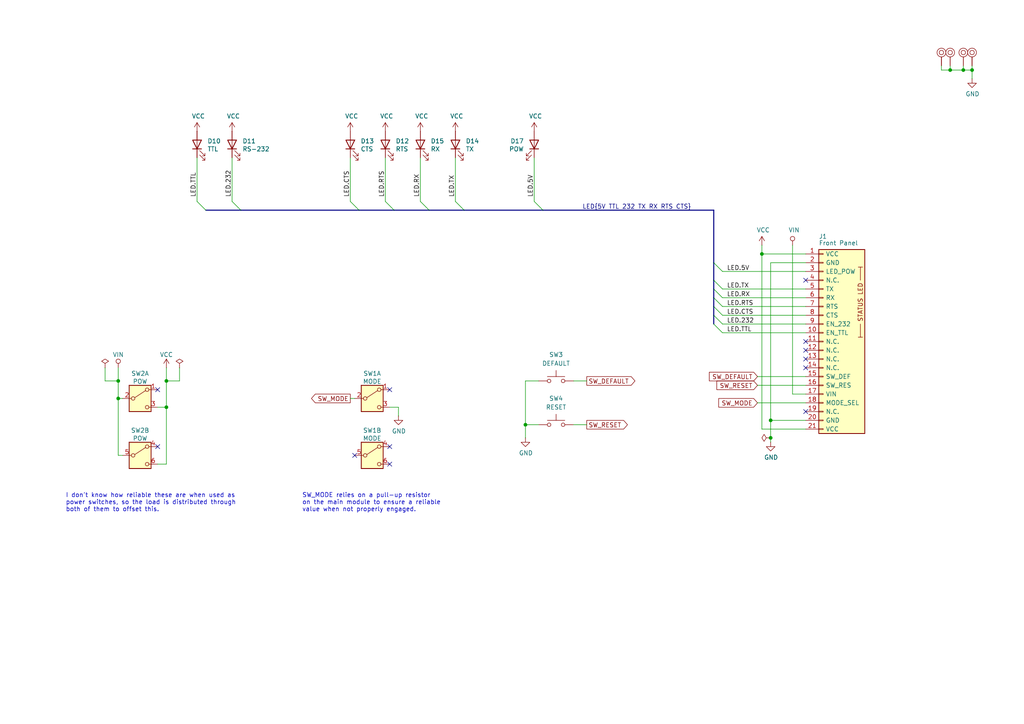
<source format=kicad_sch>
(kicad_sch (version 20231120) (generator "eeschema") (generator_version "8.0")
  (paper "A4")
  (title_block (title "BulkyModem Terminal (Panel)") (rev "A") (comment 4 "Front panel for mounting LEDs horizontally, designed for slotting into the main module."))
  (lib_symbols
    (symbol "BulkyModem:Terminal_Panel" (pin_names (offset 2.0066))
      (property "Reference" "J" (at 0 27.94 0))
      (property "Value" "Terminal_Panel" (at 0 -27.94 0))
      (symbol "Terminal_Panel_0_0"
        (polyline (pts (xy 10.795 1.27) (xy 10.795 5.08)))
        (polyline (pts (xy 10.795 21.59) (xy 10.795 17.78)))
        (text "STATUS LED" (at 10.795 11.43 900) (effects (font (size 1.27 1.27))))
      )
      (symbol "Terminal_Panel_0_1"
        (rectangle (start -1.27 26.67) (end 12.065 -26.67) (stroke (width 0.254)) (fill (type background)))
        (polyline (pts (xy 10.16 21.59) (xy 11.43 21.59)))
        (polyline (pts (xy 11.43 1.27) (xy 10.16 1.27)))
      )
      (symbol "Terminal_Panel_1_1"
        (rectangle (start -1.27 -25.273) (end 0 -25.527) (stroke (width 0.1524)))
        (rectangle (start -1.27 -22.733) (end 0 -22.987) (stroke (width 0.1524)))
        (rectangle (start -1.27 -20.193) (end 0 -20.447) (stroke (width 0.1524)))
        (rectangle (start -1.27 -17.653) (end 0 -17.907) (stroke (width 0.1524)))
        (rectangle (start -1.27 -15.113) (end 0 -15.367) (stroke (width 0.1524)))
        (rectangle (start -1.27 -12.573) (end 0 -12.827) (stroke (width 0.1524)))
        (rectangle (start -1.27 -10.033) (end 0 -10.287) (stroke (width 0.1524)))
        (rectangle (start -1.27 -7.493) (end 0 -7.747) (stroke (width 0.1524)))
        (rectangle (start -1.27 -4.953) (end 0 -5.207) (stroke (width 0.1524)))
        (rectangle (start -1.27 -2.413) (end 0 -2.667) (stroke (width 0.1524)))
        (rectangle (start -1.27 0.127) (end 0 -0.127) (stroke (width 0.1524)))
        (rectangle (start -1.27 2.667) (end 0 2.413) (stroke (width 0.1524)))
        (rectangle (start -1.27 5.207) (end 0 4.953) (stroke (width 0.1524)))
        (rectangle (start -1.27 7.747) (end 0 7.493) (stroke (width 0.1524)))
        (rectangle (start -1.27 10.287) (end 0 10.033) (stroke (width 0.1524)))
        (rectangle (start -1.27 12.827) (end 0 12.573) (stroke (width 0.1524)))
        (rectangle (start -1.27 15.367) (end 0 15.113) (stroke (width 0.1524)))
        (rectangle (start -1.27 17.907) (end 0 17.653) (stroke (width 0.1524)))
        (rectangle (start -1.27 20.447) (end 0 20.193) (stroke (width 0.1524)))
        (rectangle (start -1.27 22.987) (end 0 22.733) (stroke (width 0.1524)))
        (rectangle (start -1.27 25.527) (end 0 25.273) (stroke (width 0.1524)))
        (pin power_in line (at -5.08 25.4 0) (length 3.81) (name "VCC") (number "1"))
        (pin passive line (at -5.08 2.54 0) (length 3.81) (name "EN_TTL") (number "10"))
        (pin passive line (at -5.08 0 0) (length 3.81) (name "N.C.") (number "11"))
        (pin passive line (at -5.08 -2.54 0) (length 3.81) (name "N.C.") (number "12"))
        (pin passive line (at -5.08 -5.08 0) (length 3.81) (name "N.C.") (number "13"))
        (pin passive line (at -5.08 -7.62 0) (length 3.81) (name "N.C.") (number "14"))
        (pin passive line (at -5.08 -10.16 0) (length 3.81) (name "SW_DEF") (number "15"))
        (pin passive line (at -5.08 -12.7 0) (length 3.81) (name "SW_RES") (number "16"))
        (pin passive line (at -5.08 -15.24 0) (length 3.81) (name "VIN") (number "17"))
        (pin passive line (at -5.08 -17.78 0) (length 3.81) (name "MODE_SEL") (number "18"))
        (pin passive line (at -5.08 -20.32 0) (length 3.81) (name "N.C.") (number "19"))
        (pin power_in line (at -5.08 22.86 0) (length 3.81) (name "GND") (number "2"))
        (pin passive line (at -5.08 -22.86 0) (length 3.81) (name "GND") (number "20"))
        (pin passive line (at -5.08 -25.4 0) (length 3.81) (name "VCC") (number "21"))
        (pin passive line (at -5.08 20.32 0) (length 3.81) (name "LED_POW") (number "3"))
        (pin passive line (at -5.08 17.78 0) (length 3.81) (name "N.C.") (number "4"))
        (pin passive line (at -5.08 15.24 0) (length 3.81) (name "TX") (number "5"))
        (pin passive line (at -5.08 12.7 0) (length 3.81) (name "RX") (number "6"))
        (pin passive line (at -5.08 10.16 0) (length 3.81) (name "RTS") (number "7"))
        (pin passive line (at -5.08 7.62 0) (length 3.81) (name "CTS") (number "8"))
        (pin passive line (at -5.08 5.08 0) (length 3.81) (name "EN_232") (number "9"))
      )
    )
    (symbol "Device:LED" (pin_numbers hide) (pin_names (offset 1.016) hide)
      (property "Reference" "D" (at 0 2.54 0))
      (property "Value" "LED" (at 0 -2.54 0))
      (symbol "LED_0_1"
        (polyline (pts (xy -1.27 -1.27) (xy -1.27 1.27)) (stroke (width 0.254)))
        (polyline (pts (xy -1.27 0) (xy 1.27 0)))
        (polyline (pts (xy 1.27 -1.27) (xy 1.27 1.27) (xy -1.27 0) (xy 1.27 -1.27)) (stroke (width 0.254)))
        (polyline (pts (xy -3.048 -0.762) (xy -4.572 -2.286) (xy -3.81 -2.286) (xy -4.572 -2.286) (xy -4.572 -1.524)))
        (polyline (pts (xy -1.778 -0.762) (xy -3.302 -2.286) (xy -2.54 -2.286) (xy -3.302 -2.286) (xy -3.302 -1.524)))
      )
      (symbol "LED_1_1"
        (pin passive line (at -3.81 0 0) (length 2.54) (name "K") (number "1"))
        (pin passive line (at 3.81 0 180) (length 2.54) (name "A") (number "2"))
      )
    )
    (symbol "Switch:SW_DPDT_x2" (pin_names (offset 0) hide)
      (property "Reference" "SW" (at 0 5.08 0))
      (property "Value" "SW_DPDT_x2" (at 0 -5.08 0))
      (symbol "SW_DPDT_x2_0_0"
        (circle (center -2.032 0) (radius 0.508))
        (circle (center 2.032 -2.54) (radius 0.508))
      )
      (symbol "SW_DPDT_x2_0_1"
        (rectangle (start -3.175 3.81) (end 3.175 -3.81) (stroke (width 0.254)) (fill (type background)))
        (polyline (pts (xy -1.524 0.254) (xy 1.5748 2.286)))
        (circle (center 2.032 2.54) (radius 0.508))
      )
      (symbol "SW_DPDT_x2_1_1"
        (pin passive line (at 5.08 2.54 180) (length 2.54) (name "A") (number "1"))
        (pin passive line (at -5.08 0 0) (length 2.54) (name "B") (number "2"))
        (pin passive line (at 5.08 -2.54 180) (length 2.54) (name "C") (number "3"))
      )
      (symbol "SW_DPDT_x2_2_1"
        (pin passive line (at 5.08 2.54 180) (length 2.54) (name "A") (number "4"))
        (pin passive line (at -5.08 0 0) (length 2.54) (name "B") (number "5"))
        (pin passive line (at 5.08 -2.54 180) (length 2.54) (name "C") (number "6"))
      )
    )
    (symbol "Switch:SW_Push" (pin_numbers hide) (pin_names (offset 1.016) hide)
      (property "Reference" "SW" (at 1.27 2.54 0))
      (property "Value" "SW_Push" (at 0 -1.524 0))
      (symbol "SW_Push_0_1"
        (circle (center -2.032 0) (radius 0.508))
        (polyline (pts (xy 0 1.27) (xy 0 3.048)))
        (polyline (pts (xy 2.54 1.27) (xy -2.54 1.27)))
        (circle (center 2.032 0) (radius 0.508))
        (pin passive line (at -5.08 0 0) (length 2.54) (name "1") (number "1"))
        (pin passive line (at 5.08 0 180) (length 2.54) (name "2") (number "2"))
      )
    )
    (symbol "barrel_jack:VIN" (power) (pin_names (offset 0))
      (property "Value" "VIN" (at 0 3.81 0))
      (symbol "VIN_0_1"
        (polyline (pts (xy 0 0) (xy 0 1.27)))
        (circle (center 0 1.905) (radius 0.635))
      )
      (symbol "VIN_1_1"
        (pin power_in line (at 0 0 90) (length 0) hide (name "VIN") (number "1"))
      )
    )
    (symbol "mounting:Mounting_Pin" (pin_numbers hide) (pin_names (offset 0) hide)
      (symbol "Mounting_Pin_0_1"
        (circle (center 0 0) (radius 0.635))
        (circle (center 0 0) (radius 1.27))
      )
      (symbol "Mounting_Pin_1_1"
        (pin passive line (at 0 -3.81 90) (length 2.54) (name "~") (number "1"))
      )
    )
    (symbol "power:GND" (power) (pin_numbers hide) (pin_names (offset 0) hide)
      (property "Value" "GND" (at 0 -3.81 0))
      (symbol "GND_0_1"
        (polyline (pts (xy 0 0) (xy 0 -1.27) (xy 1.27 -1.27) (xy 0 -2.54) (xy -1.27 -1.27) (xy 0 -1.27)))
      )
      (symbol "GND_1_1"
        (pin power_in line (at 0 0 270) (length 0) (name "~") (number "1"))
      )
    )
    (symbol "power:PWR_FLAG" (power) (pin_numbers hide) (pin_names (offset 0) hide)
      (property "Value" "PWR_FLAG" (at 0 3.81 0))
      (symbol "PWR_FLAG_0_0"
        (pin power_out line (at 0 0 90) (length 0) (name "~") (number "1"))
      )
      (symbol "PWR_FLAG_0_1"
        (polyline (pts (xy 0 0) (xy 0 1.27) (xy -1.016 1.905) (xy 0 2.54) (xy 1.016 1.905) (xy 0 1.27)))
      )
    )
    (symbol "power:VCC" (power) (pin_numbers hide) (pin_names (offset 0) hide)
      (property "Value" "VCC" (at 0 3.556 0))
      (symbol "VCC_0_1"
        (polyline (pts (xy -0.762 1.27) (xy 0 2.54)))
        (polyline (pts (xy 0 0) (xy 0 2.54)))
        (polyline (pts (xy 0 2.54) (xy 0.762 1.27)))
      )
      (symbol "VCC_1_1"
        (pin power_in line (at 0 0 90) (length 0) (name "~") (number "1"))
      )
    )
  )
  (junction (at 223.52 121.92))
  (junction (at 220.98 73.66))
  (junction (at 48.26 118.11))
  (junction (at 281.94 20.32))
  (junction (at 152.4 123.19))
  (junction (at 223.52 127))
  (junction (at 34.29 110.49))
  (junction (at 48.26 110.49))
  (junction (at 279.4 20.32))
  (junction (at 34.29 115.57))
  (junction (at 275.59 20.32))
  (no_connect (at 233.68 104.14))
  (no_connect (at 233.68 101.6))
  (no_connect (at 233.68 99.06))
  (no_connect (at 233.68 81.28))
  (no_connect (at 233.68 106.68))
  (no_connect (at 233.68 119.38))
  (no_connect (at 113.03 129.54))
  (no_connect (at 113.03 113.03))
  (no_connect (at 45.72 113.03))
  (no_connect (at 45.72 129.54))
  (no_connect (at 102.87 132.08))
  (no_connect (at 113.03 134.62))
  (bus_entry (at 104.14 60.96) (size -2.54 -2.54))
  (bus_entry (at 209.55 93.98) (size -2.54 -2.54))
  (bus_entry (at 157.48 60.96) (size -2.54 -2.54))
  (bus_entry (at 59.69 60.96) (size -2.54 -2.54))
  (bus_entry (at 114.3 60.96) (size -2.54 -2.54))
  (bus_entry (at 209.55 96.52) (size -2.54 -2.54))
  (bus_entry (at 209.55 78.74) (size -2.54 -2.54))
  (bus_entry (at 209.55 88.9) (size -2.54 -2.54))
  (bus_entry (at 209.55 83.82) (size -2.54 -2.54))
  (bus_entry (at 69.85 60.96) (size -2.54 -2.54))
  (bus_entry (at 209.55 91.44) (size -2.54 -2.54))
  (bus_entry (at 209.55 86.36) (size -2.54 -2.54))
  (bus_entry (at 124.46 60.96) (size -2.54 -2.54))
  (bus_entry (at 134.62 60.96) (size -2.54 -2.54))
  (wire (pts (xy 115.57 118.11) (xy 115.57 120.65)))
  (bus (pts (xy 69.85 60.96) (xy 104.14 60.96)))
  (wire (pts (xy 52.07 106.68) (xy 52.07 110.49)))
  (wire (pts (xy 67.31 45.72) (xy 67.31 58.42)))
  (wire (pts (xy 281.94 20.32) (xy 281.94 19.05)))
  (wire (pts (xy 132.08 45.72) (xy 132.08 58.42)))
  (wire (pts (xy 101.6 58.42) (xy 101.6 45.72)))
  (wire (pts (xy 209.55 78.74) (xy 233.68 78.74)))
  (wire (pts (xy 219.71 111.76) (xy 233.68 111.76)))
  (wire (pts (xy 152.4 123.19) (xy 152.4 127)))
  (wire (pts (xy 121.92 58.42) (xy 121.92 45.72)))
  (bus (pts (xy 207.01 83.82) (xy 207.01 81.28)))
  (wire (pts (xy 156.21 110.49) (xy 152.4 110.49)))
  (bus (pts (xy 207.01 76.2) (xy 207.01 81.28)))
  (wire (pts (xy 209.55 93.98) (xy 233.68 93.98)))
  (bus (pts (xy 114.3 60.96) (xy 124.46 60.96)))
  (wire (pts (xy 57.15 45.72) (xy 57.15 58.42)))
  (wire (pts (xy 223.52 127) (xy 223.52 128.27)))
  (bus (pts (xy 207.01 86.36) (xy 207.01 83.82)))
  (wire (pts (xy 220.98 73.66) (xy 233.68 73.66)))
  (wire (pts (xy 152.4 123.19) (xy 156.21 123.19)))
  (wire (pts (xy 275.59 20.32) (xy 279.4 20.32)))
  (bus (pts (xy 59.69 60.96) (xy 69.85 60.96)))
  (wire (pts (xy 279.4 20.32) (xy 281.94 20.32)))
  (bus (pts (xy 207.01 91.44) (xy 207.01 88.9)))
  (bus (pts (xy 124.46 60.96) (xy 134.62 60.96)))
  (bus (pts (xy 207.01 93.98) (xy 207.01 91.44)))
  (wire (pts (xy 48.26 106.68) (xy 48.26 110.49)))
  (wire (pts (xy 152.4 110.49) (xy 152.4 123.19)))
  (wire (pts (xy 34.29 115.57) (xy 34.29 132.08)))
  (wire (pts (xy 166.37 110.49) (xy 170.18 110.49)))
  (wire (pts (xy 223.52 121.92) (xy 223.52 127)))
  (wire (pts (xy 229.87 114.3) (xy 233.68 114.3)))
  (wire (pts (xy 30.48 106.68) (xy 30.48 110.49)))
  (wire (pts (xy 220.98 124.46) (xy 233.68 124.46)))
  (wire (pts (xy 273.05 19.05) (xy 273.05 20.32)))
  (wire (pts (xy 34.29 132.08) (xy 35.56 132.08)))
  (wire (pts (xy 48.26 118.11) (xy 45.72 118.11)))
  (wire (pts (xy 279.4 19.05) (xy 279.4 20.32)))
  (wire (pts (xy 209.55 91.44) (xy 233.68 91.44)))
  (wire (pts (xy 48.26 110.49) (xy 48.26 118.11)))
  (wire (pts (xy 166.37 123.19) (xy 170.18 123.19)))
  (wire (pts (xy 275.59 19.05) (xy 275.59 20.32)))
  (wire (pts (xy 113.03 118.11) (xy 115.57 118.11)))
  (wire (pts (xy 48.26 110.49) (xy 52.07 110.49)))
  (wire (pts (xy 209.55 86.36) (xy 233.68 86.36)))
  (wire (pts (xy 34.29 115.57) (xy 35.56 115.57)))
  (wire (pts (xy 223.52 121.92) (xy 233.68 121.92)))
  (wire (pts (xy 111.76 45.72) (xy 111.76 58.42)))
  (wire (pts (xy 220.98 124.46) (xy 220.98 73.66)))
  (wire (pts (xy 34.29 110.49) (xy 34.29 115.57)))
  (wire (pts (xy 223.52 76.2) (xy 223.52 121.92)))
  (bus (pts (xy 207.01 88.9) (xy 207.01 86.36)))
  (wire (pts (xy 48.26 134.62) (xy 48.26 118.11)))
  (wire (pts (xy 30.48 110.49) (xy 34.29 110.49)))
  (bus (pts (xy 134.62 60.96) (xy 157.48 60.96)))
  (bus (pts (xy 157.48 60.96) (xy 207.01 60.96)))
  (wire (pts (xy 223.52 76.2) (xy 233.68 76.2)))
  (wire (pts (xy 229.87 71.12) (xy 229.87 114.3)))
  (wire (pts (xy 220.98 73.66) (xy 220.98 71.12)))
  (wire (pts (xy 34.29 106.68) (xy 34.29 110.49)))
  (bus (pts (xy 104.14 60.96) (xy 114.3 60.96)))
  (wire (pts (xy 45.72 134.62) (xy 48.26 134.62)))
  (wire (pts (xy 154.94 58.42) (xy 154.94 45.72)))
  (wire (pts (xy 101.6 115.57) (xy 102.87 115.57)))
  (bus (pts (xy 207.01 60.96) (xy 207.01 76.2)))
  (wire (pts (xy 281.94 20.32) (xy 281.94 22.86)))
  (wire (pts (xy 209.55 96.52) (xy 233.68 96.52)))
  (wire (pts (xy 209.55 83.82) (xy 233.68 83.82)))
  (wire (pts (xy 273.05 20.32) (xy 275.59 20.32)))
  (wire (pts (xy 219.71 116.84) (xy 233.68 116.84)))
  (wire (pts (xy 209.55 88.9) (xy 233.68 88.9)))
  (wire (pts (xy 219.71 109.22) (xy 233.68 109.22)))
  (text "SW_MODE relies on a pull-up resistor\non the main module to ensure a reliable\nvalue when not properly engaged." (at 87.63 148.59 0) (effects (font (size 1.27 1.27)) (justify left bottom)))
  (text "I don't know how reliable these are when used as\npower switches, so the load is distributed through\nboth of them to offset this." (at 19.05 148.59 0) (effects (font (size 1.27 1.27)) (justify left bottom)))
  (label "LED.RX" (at 121.92 57.15 90))
  (label "LED.5V" (at 154.94 57.15 90))
  (label "LED.TX" (at 210.82 83.82 0))
  (label "LED.RTS" (at 111.76 57.15 90))
  (label "LED.232" (at 67.31 57.15 90))
  (label "LED.RX" (at 210.82 86.36 0))
  (label "LED.5V" (at 210.82 78.74 0))
  (label "LED.TX" (at 132.08 57.15 90))
  (label "LED.TTL" (at 57.15 57.15 90))
  (label "LED.RTS" (at 210.82 88.9 0))
  (label "LED.TTL" (at 210.82 96.52 0))
  (label "LED{5V TTL 232 TX RX RTS CTS}" (at 168.91 60.96 0))
  (label "LED.CTS" (at 210.82 91.44 0))
  (label "LED.232" (at 210.82 93.98 0))
  (label "LED.CTS" (at 101.6 57.15 90))
  (global_label "SW_RESET" (shape output) (at 170.18 123.19 0) (property "Intersheetrefs" "${INTERSHEET_REFS}" (effects (hide yes))))
  (global_label "SW_MODE" (shape output) (at 101.6 115.57 180) (property "Intersheetrefs" "${INTERSHEET_REFS}" (effects (hide yes))))
  (global_label "SW_DEFAULT" (shape output) (at 170.18 110.49 0) (property "Intersheetrefs" "${INTERSHEET_REFS}" (effects (hide yes))))
  (global_label "SW_RESET" (shape input) (at 219.71 111.76 180) (property "Intersheetrefs" "${INTERSHEET_REFS}" (effects (hide yes))))
  (global_label "SW_DEFAULT" (shape input) (at 219.71 109.22 180) (property "Intersheetrefs" "${INTERSHEET_REFS}" (effects (hide yes))))
  (global_label "SW_MODE" (shape input) (at 219.71 116.84 180) (property "Intersheetrefs" "${INTERSHEET_REFS}" (effects (hide yes))))
  (symbol (lib_id "BulkyModem:Terminal_Panel") (at 238.76 99.06 0) (unit 1)
    (property "Reference" "J1" (at 237.49 68.58 0) (effects (justify left)))
    (property "Value" "Front Panel" (at 237.49 70.485 0) (effects (justify left)))
    (property "Footprint" "Connector_PinHeader_2.54mm:PinHeader_1x21_P2.54mm_Horizontal" (effects (hide yes)))
    (property "Description" "Generic connector, single row, 01x21, script generated (kicad-library-utils/schlib/autogen/connector/)" (effects (hide yes)))
  )
  (symbol (lib_id "mounting:Mounting_Pin") (at 273.05 15.24 0) (unit 1)
    (property "Reference" "M1" (effects (hide yes)))
    (property "Value" "Mounting_Pin" (effects (hide yes)))
    (property "Footprint" "mounting:M3_pin" (effects (hide yes)))
  )
  (symbol (lib_id "mounting:Mounting_Pin") (at 275.59 15.24 0) (unit 1)
    (property "Reference" "M2" (effects (hide yes)))
    (property "Value" "Mounting_Pin" (effects (hide yes)))
    (property "Footprint" "mounting:M3_pin" (effects (hide yes)))
  )
  (symbol (lib_id "mounting:Mounting_Pin") (at 279.4 15.24 0) (unit 1)
    (property "Reference" "M3" (effects (hide yes)))
    (property "Value" "Mounting_Pin" (effects (hide yes)))
    (property "Footprint" "mounting:M3_pin" (effects (hide yes)))
  )
  (symbol (lib_id "mounting:Mounting_Pin") (at 281.94 15.24 0) (unit 1)
    (property "Reference" "M4" (effects (hide yes)))
    (property "Value" "Mounting_Pin" (effects (hide yes)))
    (property "Footprint" "mounting:M3_pin" (effects (hide yes)))
  )
  (symbol (lib_id "power:GND") (at 223.52 128.27 0) (unit 1)
    (property "Reference" "#PWR0101" (effects (hide yes)))
    (property "Value" "GND" (at 223.647 132.6642 0))
  )
  (symbol (lib_id "power:VCC") (at 220.98 71.12 0) (unit 1)
    (property "Reference" "#PWR0102" (effects (hide yes)))
    (property "Value" "VCC" (at 221.361 66.7258 0))
  )
  (symbol (lib_id "power:GND") (at 281.94 22.86 0) (unit 1)
    (property "Reference" "#PWR0111" (effects (hide yes)))
    (property "Value" "GND" (at 282.067 27.2542 0))
  )
  (symbol (lib_id "Device:LED") (at 57.15 41.91 90) (unit 1)
    (property "Reference" "D10" (at 60.1472 40.9194 90) (effects (justify right)))
    (property "Value" "TTL" (at 60.1472 43.2308 90) (effects (justify right)))
    (property "Footprint" "LED_THT:LED_D5.0mm" (effects (hide yes)))
  )
  (symbol (lib_id "power:VCC") (at 57.15 38.1 0) (unit 1)
    (property "Reference" "#PWR0103" (effects (hide yes)))
    (property "Value" "VCC" (at 57.531 33.7058 0))
  )
  (symbol (lib_id "Device:LED") (at 67.31 41.91 90) (unit 1)
    (property "Reference" "D11" (at 70.3072 40.9194 90) (effects (justify right)))
    (property "Value" "RS-232" (at 70.3072 43.2308 90) (effects (justify right)))
    (property "Footprint" "LED_THT:LED_D5.0mm" (effects (hide yes)))
  )
  (symbol (lib_id "power:VCC") (at 67.31 38.1 0) (unit 1)
    (property "Reference" "#PWR0104" (effects (hide yes)))
    (property "Value" "VCC" (at 67.691 33.7058 0))
  )
  (symbol (lib_id "Device:LED") (at 111.76 41.91 90) (unit 1)
    (property "Reference" "D12" (at 114.7572 40.9194 90) (effects (justify right)))
    (property "Value" "RTS" (at 114.7572 43.2308 90) (effects (justify right)))
    (property "Footprint" "LED_THT:LED_D5.0mm" (effects (hide yes)))
  )
  (symbol (lib_id "power:VCC") (at 111.76 38.1 0) (unit 1)
    (property "Reference" "#PWR0105" (effects (hide yes)))
    (property "Value" "VCC" (at 112.141 33.7058 0))
  )
  (symbol (lib_id "Device:LED") (at 101.6 41.91 90) (unit 1)
    (property "Reference" "D13" (at 104.5972 40.9194 90) (effects (justify right)))
    (property "Value" "CTS" (at 104.5972 43.2308 90) (effects (justify right)))
    (property "Footprint" "LED_THT:LED_D5.0mm" (effects (hide yes)))
  )
  (symbol (lib_id "power:VCC") (at 101.6 38.1 0) (unit 1)
    (property "Reference" "#PWR0106" (effects (hide yes)))
    (property "Value" "VCC" (at 101.981 33.7058 0))
  )
  (symbol (lib_id "Device:LED") (at 132.08 41.91 90) (unit 1)
    (property "Reference" "D14" (at 135.0772 40.9194 90) (effects (justify right)))
    (property "Value" "TX" (at 135.0772 43.2308 90) (effects (justify right)))
    (property "Footprint" "LED_THT:LED_D5.0mm" (effects (hide yes)))
  )
  (symbol (lib_id "power:VCC") (at 132.08 38.1 0) (unit 1)
    (property "Reference" "#PWR0107" (effects (hide yes)))
    (property "Value" "VCC" (at 132.461 33.7058 0))
  )
  (symbol (lib_id "Device:LED") (at 121.92 41.91 90) (unit 1)
    (property "Reference" "D15" (at 124.9172 40.9194 90) (effects (justify right)))
    (property "Value" "RX" (at 124.9172 43.2308 90) (effects (justify right)))
    (property "Footprint" "LED_THT:LED_D5.0mm" (effects (hide yes)))
  )
  (symbol (lib_id "power:VCC") (at 121.92 38.1 0) (unit 1)
    (property "Reference" "#PWR0108" (effects (hide yes)))
    (property "Value" "VCC" (at 122.301 33.7058 0))
  )
  (symbol (lib_id "Device:LED") (at 154.94 41.91 270) (mirror x) (unit 1)
    (property "Reference" "D17" (at 151.9428 40.9194 90) (effects (justify right)))
    (property "Value" "POW" (at 151.9428 43.2308 90) (effects (justify right)))
    (property "Footprint" "LED_THT:LED_D5.0mm" (effects (hide yes)))
  )
  (symbol (lib_id "power:VCC") (at 154.94 38.1 0) (unit 1)
    (property "Reference" "#PWR0110" (effects (hide yes)))
    (property "Value" "VCC" (at 155.321 33.7058 0))
  )
  (symbol (lib_id "power:PWR_FLAG") (at 223.52 127 90) (unit 1)
    (property "Reference" "#FLG0102" (effects (hide yes)))
    (property "Value" "PWR_FLAG" (effects (hide yes)))
  )
  (symbol (lib_id "Switch:SW_DPDT_x2") (at 107.95 115.57 0) (unit 1)
    (property "Reference" "SW1" (at 107.95 108.331 0))
    (property "Value" "MODE" (at 107.95 110.6424 0))
    (property "Footprint" "6pin_switch:dpdt_switch_black" (effects (hide yes)))
  )
  (symbol (lib_id "Switch:SW_DPDT_x2") (at 107.95 132.08 0) (unit 2)
    (property "Reference" "SW1" (at 107.95 124.841 0))
    (property "Value" "MODE" (at 107.95 127.1524 0))
    (property "Footprint" "6pin_switch:dpdt_switch_black" (effects (hide yes)))
  )
  (symbol (lib_id "Switch:SW_DPDT_x2") (at 40.64 115.57 0) (unit 1)
    (property "Reference" "SW2" (at 40.64 108.331 0))
    (property "Value" "POW" (at 40.64 110.6424 0))
    (property "Footprint" "6pin_switch:dpdt_switch_black" (effects (hide yes)))
  )
  (symbol (lib_id "Switch:SW_DPDT_x2") (at 40.64 132.08 0) (unit 2)
    (property "Reference" "SW2" (at 40.64 124.841 0))
    (property "Value" "POW" (at 40.64 127.1524 0))
    (property "Footprint" "6pin_switch:dpdt_switch_black" (effects (hide yes)))
  )
  (symbol (lib_id "power:GND") (at 115.57 120.65 0) (unit 1)
    (property "Reference" "#PWR0113" (effects (hide yes)))
    (property "Value" "GND" (at 115.697 125.0442 0))
  )
  (symbol (lib_id "power:PWR_FLAG") (at 30.48 106.68 0) (unit 1)
    (property "Reference" "#FLG02" (effects (hide yes)))
    (property "Value" "PWR_FLAG" (effects (hide yes)))
  )
  (symbol (lib_id "barrel_jack:VIN") (at 229.87 71.12 0) (unit 1)
    (property "Reference" "#PWR01" (effects (hide yes)))
    (property "Value" "VIN" (at 230.3018 66.7258 0))
    (property "Description" "Power symbol creates a global label with name \"LINE\"" (effects (hide yes)))
  )
  (symbol (lib_id "power:PWR_FLAG") (at 52.07 106.68 0) (unit 1)
    (property "Reference" "#FLG01" (effects (hide yes)))
    (property "Value" "PWR_FLAG" (effects (hide yes)))
  )
  (symbol (lib_id "Switch:SW_Push") (at 161.29 123.19 0) (unit 1)
    (property "Reference" "SW4" (at 161.29 115.57 0))
    (property "Value" "RESET" (at 161.29 118.11 0))
    (property "Footprint" "switch_cutout:SW_PUSH_6mm" (effects (hide yes)))
    (property "Description" "Push button switch, generic, two pins" (effects (hide yes)))
  )
  (symbol (lib_id "Switch:SW_Push") (at 161.29 110.49 0) (unit 1)
    (property "Reference" "SW3" (at 161.29 102.87 0))
    (property "Value" "DEFAULT" (at 161.29 105.41 0))
    (property "Footprint" "switch_cutout:SW_PUSH_6mm" (effects (hide yes)))
    (property "Description" "Push button switch, generic, two pins" (effects (hide yes)))
  )
  (symbol (lib_id "power:GND") (at 152.4 127 0) (unit 1)
    (property "Reference" "#PWR04" (effects (hide yes)))
    (property "Value" "GND" (at 152.527 131.3942 0))
  )
  (symbol (lib_id "barrel_jack:VIN") (at 34.29 106.68 0) (unit 1)
    (property "Reference" "#PWR02" (effects (hide yes)))
    (property "Value" "VIN" (at 34.29 102.87 0))
    (property "Description" "Power symbol creates a global label with name \"LINE\"" (effects (hide yes)))
  )
  (symbol (lib_id "power:VCC") (at 48.26 106.68 0) (unit 1)
    (property "Reference" "#PWR03" (effects (hide yes)))
    (property "Value" "VCC" (at 48.26 102.87 0))
  )
)
</source>
